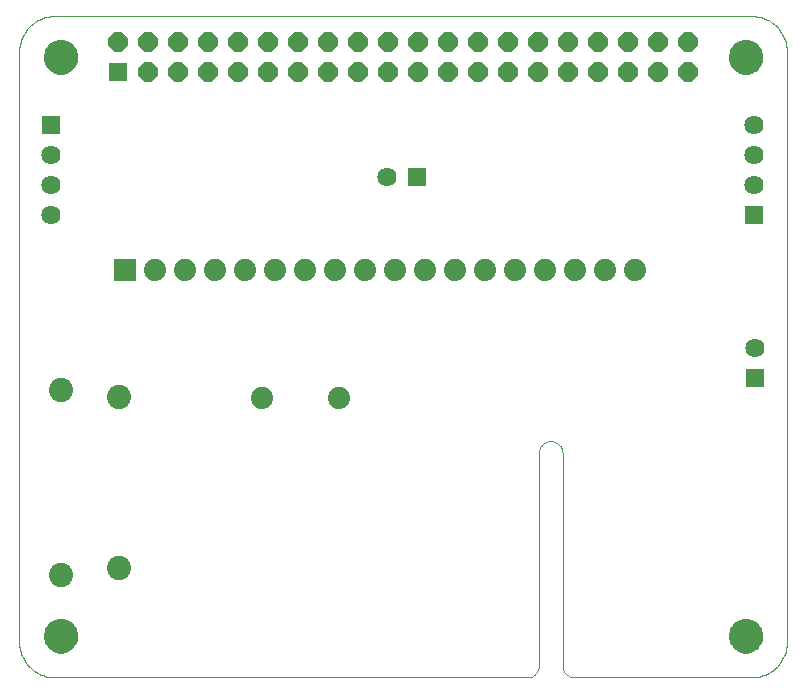
<source format=gbs>
G75*
%MOIN*%
%OFA0B0*%
%FSLAX24Y24*%
%IPPOS*%
%LPD*%
%AMOC8*
5,1,8,0,0,1.08239X$1,22.5*
%
%ADD10C,0.0000*%
%ADD11C,0.1142*%
%ADD12R,0.0640X0.0640*%
%ADD13OC8,0.0640*%
%ADD14C,0.0640*%
%ADD15R,0.0740X0.0740*%
%ADD16C,0.0740*%
%ADD17C,0.0808*%
D10*
X001331Y000150D02*
X017079Y000150D01*
X017118Y000152D01*
X017156Y000158D01*
X017193Y000167D01*
X017230Y000180D01*
X017265Y000197D01*
X017298Y000216D01*
X017329Y000239D01*
X017358Y000265D01*
X017384Y000294D01*
X017407Y000325D01*
X017426Y000358D01*
X017443Y000393D01*
X017456Y000430D01*
X017465Y000467D01*
X017471Y000505D01*
X017473Y000544D01*
X017473Y007630D01*
X017475Y007669D01*
X017481Y007707D01*
X017490Y007744D01*
X017503Y007781D01*
X017520Y007816D01*
X017539Y007849D01*
X017562Y007880D01*
X017588Y007909D01*
X017617Y007935D01*
X017648Y007958D01*
X017681Y007977D01*
X017716Y007994D01*
X017753Y008007D01*
X017790Y008016D01*
X017828Y008022D01*
X017867Y008024D01*
X017906Y008022D01*
X017944Y008016D01*
X017981Y008007D01*
X018018Y007994D01*
X018053Y007977D01*
X018086Y007958D01*
X018117Y007935D01*
X018146Y007909D01*
X018172Y007880D01*
X018195Y007849D01*
X018214Y007816D01*
X018231Y007781D01*
X018244Y007744D01*
X018253Y007707D01*
X018259Y007669D01*
X018261Y007630D01*
X018260Y007630D02*
X018260Y000544D01*
X018262Y000505D01*
X018268Y000467D01*
X018277Y000430D01*
X018290Y000393D01*
X018307Y000358D01*
X018326Y000325D01*
X018349Y000294D01*
X018375Y000265D01*
X018404Y000239D01*
X018435Y000216D01*
X018468Y000197D01*
X018503Y000180D01*
X018540Y000167D01*
X018577Y000158D01*
X018615Y000152D01*
X018654Y000150D01*
X024559Y000150D01*
X024625Y000152D01*
X024691Y000157D01*
X024757Y000167D01*
X024822Y000180D01*
X024886Y000196D01*
X024949Y000216D01*
X025011Y000240D01*
X025071Y000267D01*
X025130Y000297D01*
X025187Y000331D01*
X025242Y000368D01*
X025295Y000408D01*
X025346Y000450D01*
X025394Y000496D01*
X025440Y000544D01*
X025482Y000595D01*
X025522Y000648D01*
X025559Y000703D01*
X025593Y000760D01*
X025623Y000819D01*
X025650Y000879D01*
X025674Y000941D01*
X025694Y001004D01*
X025710Y001068D01*
X025723Y001133D01*
X025733Y001199D01*
X025738Y001265D01*
X025740Y001331D01*
X025741Y001331D02*
X025741Y021016D01*
X025740Y021016D02*
X025738Y021082D01*
X025733Y021148D01*
X025723Y021214D01*
X025710Y021279D01*
X025694Y021343D01*
X025674Y021406D01*
X025650Y021468D01*
X025623Y021528D01*
X025593Y021587D01*
X025559Y021644D01*
X025522Y021699D01*
X025482Y021752D01*
X025440Y021803D01*
X025394Y021851D01*
X025346Y021897D01*
X025295Y021939D01*
X025242Y021979D01*
X025187Y022016D01*
X025130Y022050D01*
X025071Y022080D01*
X025011Y022107D01*
X024949Y022131D01*
X024886Y022151D01*
X024822Y022167D01*
X024757Y022180D01*
X024691Y022190D01*
X024625Y022195D01*
X024559Y022197D01*
X001331Y022197D01*
X001265Y022195D01*
X001199Y022190D01*
X001133Y022180D01*
X001068Y022167D01*
X001004Y022151D01*
X000941Y022131D01*
X000879Y022107D01*
X000819Y022080D01*
X000760Y022050D01*
X000703Y022016D01*
X000648Y021979D01*
X000595Y021939D01*
X000544Y021897D01*
X000496Y021851D01*
X000450Y021803D01*
X000408Y021752D01*
X000368Y021699D01*
X000331Y021644D01*
X000297Y021587D01*
X000267Y021528D01*
X000240Y021468D01*
X000216Y021406D01*
X000196Y021343D01*
X000180Y021279D01*
X000167Y021214D01*
X000157Y021148D01*
X000152Y021082D01*
X000150Y021016D01*
X000150Y001331D01*
X000152Y001265D01*
X000157Y001199D01*
X000167Y001133D01*
X000180Y001068D01*
X000196Y001004D01*
X000216Y000941D01*
X000240Y000879D01*
X000267Y000819D01*
X000297Y000760D01*
X000331Y000703D01*
X000368Y000648D01*
X000408Y000595D01*
X000450Y000544D01*
X000496Y000496D01*
X000544Y000450D01*
X000595Y000408D01*
X000648Y000368D01*
X000703Y000331D01*
X000760Y000297D01*
X000819Y000267D01*
X000879Y000240D01*
X000941Y000216D01*
X001004Y000196D01*
X001068Y000180D01*
X001133Y000167D01*
X001199Y000157D01*
X001265Y000152D01*
X001331Y000150D01*
X000977Y001528D02*
X000979Y001575D01*
X000985Y001621D01*
X000995Y001667D01*
X001008Y001712D01*
X001026Y001755D01*
X001047Y001797D01*
X001071Y001837D01*
X001099Y001874D01*
X001130Y001909D01*
X001164Y001942D01*
X001200Y001971D01*
X001239Y001997D01*
X001280Y002020D01*
X001323Y002039D01*
X001367Y002055D01*
X001412Y002067D01*
X001458Y002075D01*
X001505Y002079D01*
X001551Y002079D01*
X001598Y002075D01*
X001644Y002067D01*
X001689Y002055D01*
X001733Y002039D01*
X001776Y002020D01*
X001817Y001997D01*
X001856Y001971D01*
X001892Y001942D01*
X001926Y001909D01*
X001957Y001874D01*
X001985Y001837D01*
X002009Y001797D01*
X002030Y001755D01*
X002048Y001712D01*
X002061Y001667D01*
X002071Y001621D01*
X002077Y001575D01*
X002079Y001528D01*
X002077Y001481D01*
X002071Y001435D01*
X002061Y001389D01*
X002048Y001344D01*
X002030Y001301D01*
X002009Y001259D01*
X001985Y001219D01*
X001957Y001182D01*
X001926Y001147D01*
X001892Y001114D01*
X001856Y001085D01*
X001817Y001059D01*
X001776Y001036D01*
X001733Y001017D01*
X001689Y001001D01*
X001644Y000989D01*
X001598Y000981D01*
X001551Y000977D01*
X001505Y000977D01*
X001458Y000981D01*
X001412Y000989D01*
X001367Y001001D01*
X001323Y001017D01*
X001280Y001036D01*
X001239Y001059D01*
X001200Y001085D01*
X001164Y001114D01*
X001130Y001147D01*
X001099Y001182D01*
X001071Y001219D01*
X001047Y001259D01*
X001026Y001301D01*
X001008Y001344D01*
X000995Y001389D01*
X000985Y001435D01*
X000979Y001481D01*
X000977Y001528D01*
X023812Y001528D02*
X023814Y001575D01*
X023820Y001621D01*
X023830Y001667D01*
X023843Y001712D01*
X023861Y001755D01*
X023882Y001797D01*
X023906Y001837D01*
X023934Y001874D01*
X023965Y001909D01*
X023999Y001942D01*
X024035Y001971D01*
X024074Y001997D01*
X024115Y002020D01*
X024158Y002039D01*
X024202Y002055D01*
X024247Y002067D01*
X024293Y002075D01*
X024340Y002079D01*
X024386Y002079D01*
X024433Y002075D01*
X024479Y002067D01*
X024524Y002055D01*
X024568Y002039D01*
X024611Y002020D01*
X024652Y001997D01*
X024691Y001971D01*
X024727Y001942D01*
X024761Y001909D01*
X024792Y001874D01*
X024820Y001837D01*
X024844Y001797D01*
X024865Y001755D01*
X024883Y001712D01*
X024896Y001667D01*
X024906Y001621D01*
X024912Y001575D01*
X024914Y001528D01*
X024912Y001481D01*
X024906Y001435D01*
X024896Y001389D01*
X024883Y001344D01*
X024865Y001301D01*
X024844Y001259D01*
X024820Y001219D01*
X024792Y001182D01*
X024761Y001147D01*
X024727Y001114D01*
X024691Y001085D01*
X024652Y001059D01*
X024611Y001036D01*
X024568Y001017D01*
X024524Y001001D01*
X024479Y000989D01*
X024433Y000981D01*
X024386Y000977D01*
X024340Y000977D01*
X024293Y000981D01*
X024247Y000989D01*
X024202Y001001D01*
X024158Y001017D01*
X024115Y001036D01*
X024074Y001059D01*
X024035Y001085D01*
X023999Y001114D01*
X023965Y001147D01*
X023934Y001182D01*
X023906Y001219D01*
X023882Y001259D01*
X023861Y001301D01*
X023843Y001344D01*
X023830Y001389D01*
X023820Y001435D01*
X023814Y001481D01*
X023812Y001528D01*
X023812Y020819D02*
X023814Y020866D01*
X023820Y020912D01*
X023830Y020958D01*
X023843Y021003D01*
X023861Y021046D01*
X023882Y021088D01*
X023906Y021128D01*
X023934Y021165D01*
X023965Y021200D01*
X023999Y021233D01*
X024035Y021262D01*
X024074Y021288D01*
X024115Y021311D01*
X024158Y021330D01*
X024202Y021346D01*
X024247Y021358D01*
X024293Y021366D01*
X024340Y021370D01*
X024386Y021370D01*
X024433Y021366D01*
X024479Y021358D01*
X024524Y021346D01*
X024568Y021330D01*
X024611Y021311D01*
X024652Y021288D01*
X024691Y021262D01*
X024727Y021233D01*
X024761Y021200D01*
X024792Y021165D01*
X024820Y021128D01*
X024844Y021088D01*
X024865Y021046D01*
X024883Y021003D01*
X024896Y020958D01*
X024906Y020912D01*
X024912Y020866D01*
X024914Y020819D01*
X024912Y020772D01*
X024906Y020726D01*
X024896Y020680D01*
X024883Y020635D01*
X024865Y020592D01*
X024844Y020550D01*
X024820Y020510D01*
X024792Y020473D01*
X024761Y020438D01*
X024727Y020405D01*
X024691Y020376D01*
X024652Y020350D01*
X024611Y020327D01*
X024568Y020308D01*
X024524Y020292D01*
X024479Y020280D01*
X024433Y020272D01*
X024386Y020268D01*
X024340Y020268D01*
X024293Y020272D01*
X024247Y020280D01*
X024202Y020292D01*
X024158Y020308D01*
X024115Y020327D01*
X024074Y020350D01*
X024035Y020376D01*
X023999Y020405D01*
X023965Y020438D01*
X023934Y020473D01*
X023906Y020510D01*
X023882Y020550D01*
X023861Y020592D01*
X023843Y020635D01*
X023830Y020680D01*
X023820Y020726D01*
X023814Y020772D01*
X023812Y020819D01*
X000977Y020819D02*
X000979Y020866D01*
X000985Y020912D01*
X000995Y020958D01*
X001008Y021003D01*
X001026Y021046D01*
X001047Y021088D01*
X001071Y021128D01*
X001099Y021165D01*
X001130Y021200D01*
X001164Y021233D01*
X001200Y021262D01*
X001239Y021288D01*
X001280Y021311D01*
X001323Y021330D01*
X001367Y021346D01*
X001412Y021358D01*
X001458Y021366D01*
X001505Y021370D01*
X001551Y021370D01*
X001598Y021366D01*
X001644Y021358D01*
X001689Y021346D01*
X001733Y021330D01*
X001776Y021311D01*
X001817Y021288D01*
X001856Y021262D01*
X001892Y021233D01*
X001926Y021200D01*
X001957Y021165D01*
X001985Y021128D01*
X002009Y021088D01*
X002030Y021046D01*
X002048Y021003D01*
X002061Y020958D01*
X002071Y020912D01*
X002077Y020866D01*
X002079Y020819D01*
X002077Y020772D01*
X002071Y020726D01*
X002061Y020680D01*
X002048Y020635D01*
X002030Y020592D01*
X002009Y020550D01*
X001985Y020510D01*
X001957Y020473D01*
X001926Y020438D01*
X001892Y020405D01*
X001856Y020376D01*
X001817Y020350D01*
X001776Y020327D01*
X001733Y020308D01*
X001689Y020292D01*
X001644Y020280D01*
X001598Y020272D01*
X001551Y020268D01*
X001505Y020268D01*
X001458Y020272D01*
X001412Y020280D01*
X001367Y020292D01*
X001323Y020308D01*
X001280Y020327D01*
X001239Y020350D01*
X001200Y020376D01*
X001164Y020405D01*
X001130Y020438D01*
X001099Y020473D01*
X001071Y020510D01*
X001047Y020550D01*
X001026Y020592D01*
X001008Y020635D01*
X000995Y020680D01*
X000985Y020726D01*
X000979Y020772D01*
X000977Y020819D01*
D11*
X001528Y020819D03*
X024363Y020819D03*
X024363Y001528D03*
X001528Y001528D03*
D12*
X013394Y016837D03*
X003445Y020319D03*
X001213Y018579D03*
X024638Y015579D03*
X024678Y010122D03*
D13*
X022445Y020319D03*
X021445Y020319D03*
X020445Y020319D03*
X019445Y020319D03*
X018445Y020319D03*
X017445Y020319D03*
X016445Y020319D03*
X015445Y020319D03*
X014445Y020319D03*
X013445Y020319D03*
X012445Y020319D03*
X011445Y020319D03*
X010445Y020319D03*
X009445Y020319D03*
X008445Y020319D03*
X007445Y020319D03*
X006445Y020319D03*
X005445Y020319D03*
X004445Y020319D03*
X004445Y021319D03*
X003445Y021319D03*
X005445Y021319D03*
X006445Y021319D03*
X007445Y021319D03*
X008445Y021319D03*
X009445Y021319D03*
X010445Y021319D03*
X011445Y021319D03*
X012445Y021319D03*
X013445Y021319D03*
X014445Y021319D03*
X015445Y021319D03*
X016445Y021319D03*
X017445Y021319D03*
X018445Y021319D03*
X019445Y021319D03*
X020445Y021319D03*
X021445Y021319D03*
X022445Y021319D03*
D14*
X024638Y018579D03*
X024638Y017579D03*
X024638Y016579D03*
X024678Y011122D03*
X012394Y016837D03*
X001213Y016579D03*
X001213Y017579D03*
X001213Y015579D03*
D15*
X003693Y013733D03*
D16*
X004693Y013733D03*
X005693Y013733D03*
X006693Y013733D03*
X007693Y013733D03*
X008693Y013733D03*
X009693Y013733D03*
X010693Y013733D03*
X011693Y013733D03*
X012693Y013733D03*
X013693Y013733D03*
X014693Y013733D03*
X015693Y013733D03*
X016693Y013733D03*
X017693Y013733D03*
X018693Y013733D03*
X019693Y013733D03*
X020693Y013733D03*
X010800Y009481D03*
X008241Y009481D03*
D17*
X003481Y009500D03*
X001532Y009737D03*
X003481Y003792D03*
X001532Y003556D03*
M02*

</source>
